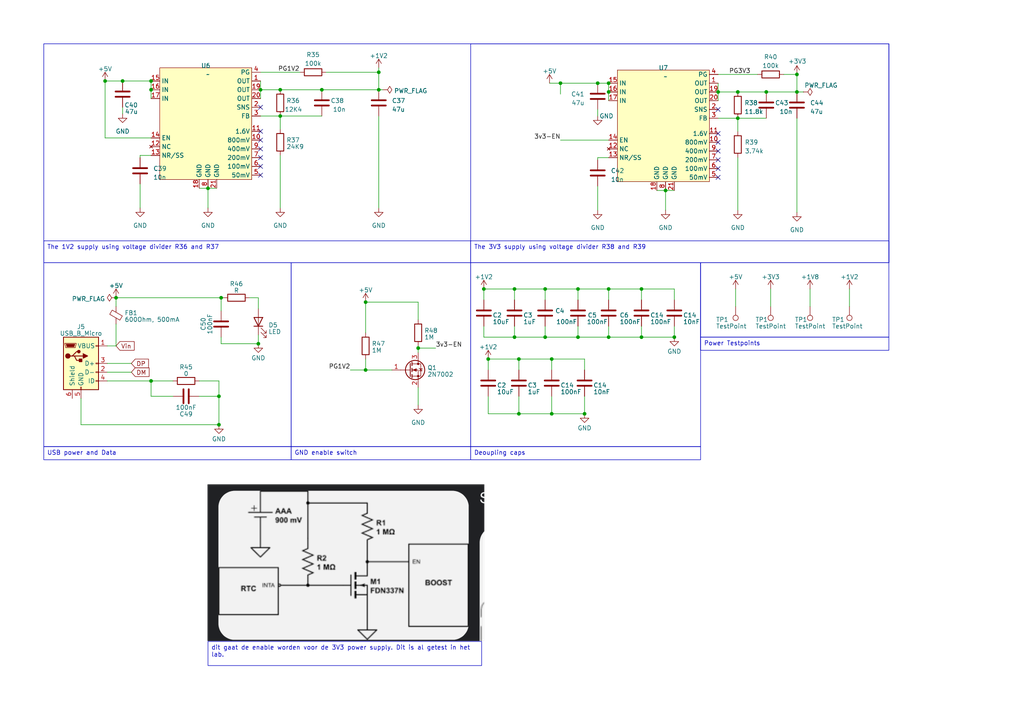
<source format=kicad_sch>
(kicad_sch (version 20230121) (generator eeschema)
  (paper "A4")
  (title_block (title "UFO FPGA") (date "2023-04-22") (rev "V0.1"))
  (lib_symbols
    (symbol "Connector:TestPoint" (pin_numbers hide) (pin_names (offset 0.762) hide)
      (property "Reference" "TP" (at 0 6.858 0))
      (property "Value" "TestPoint" (at 0 5.08 0))
      (symbol "TestPoint_0_1"
        (circle (center 0 3.302) (radius 0.762))
      )
      (symbol "TestPoint_1_1"
        (pin passive line (at 0 0 90) (length 2.54) (name "1") (number "1"))
      )
    )
    (symbol "Connector:USB_B_Micro" (pin_names (offset 1.016))
      (property "Reference" "J" (at -5.08 11.43 0))
      (property "Value" "USB_B_Micro" (at -5.08 8.89 0))
      (symbol "USB_B_Micro_0_1"
        (rectangle (start -5.08 -7.62) (end 5.08 7.62) (stroke (width 0.254)) (fill (type background)))
        (circle (center -3.81 2.159) (radius 0.635) (stroke (width 0.254)) (fill (type outline)))
        (circle (center -0.635 3.429) (radius 0.381) (stroke (width 0.254)) (fill (type outline)))
        (rectangle (start -0.127 -7.62) (end 0.127 -6.858))
        (polyline (pts (xy -1.905 2.159) (xy 0.635 2.159)) (stroke (width 0.254)))
        (polyline (pts (xy -3.175 2.159) (xy -2.54 2.159) (xy -1.27 3.429) (xy -0.635 3.429)) (stroke (width 0.254)))
        (polyline (pts (xy -2.54 2.159) (xy -1.905 2.159) (xy -1.27 0.889) (xy 0 0.889)) (stroke (width 0.254)))
        (polyline (pts (xy 0.635 2.794) (xy 0.635 1.524) (xy 1.905 2.159) (xy 0.635 2.794)) (stroke (width 0.254)) (fill (type outline)))
        (polyline (pts (xy -4.318 5.588) (xy -1.778 5.588) (xy -2.032 4.826) (xy -4.064 4.826) (xy -4.318 5.588)) (fill (type outline)))
        (polyline (pts (xy -4.699 5.842) (xy -4.699 5.588) (xy -4.445 4.826) (xy -4.445 4.572) (xy -1.651 4.572) (xy -1.651 4.826) (xy -1.397 5.588) (xy -1.397 5.842) (xy -4.699 5.842)))
        (rectangle (start 0.254 1.27) (end -0.508 0.508) (stroke (width 0.254)) (fill (type outline)))
        (rectangle (start 5.08 -5.207) (end 4.318 -4.953))
        (rectangle (start 5.08 -2.667) (end 4.318 -2.413))
        (rectangle (start 5.08 -0.127) (end 4.318 0.127))
        (rectangle (start 5.08 4.953) (end 4.318 5.207))
      )
      (symbol "USB_B_Micro_1_1"
        (pin power_out line (at 7.62 5.08 180) (length 2.54) (name "VBUS") (number "1"))
        (pin bidirectional line (at 7.62 -2.54 180) (length 2.54) (name "D-") (number "2"))
        (pin bidirectional line (at 7.62 0 180) (length 2.54) (name "D+") (number "3"))
        (pin passive line (at 7.62 -5.08 180) (length 2.54) (name "ID") (number "4"))
        (pin power_out line (at 0 -10.16 90) (length 2.54) (name "GND") (number "5"))
        (pin passive line (at -2.54 -10.16 90) (length 2.54) (name "Shield") (number "6"))
      )
    )
    (symbol "Device:C" (pin_numbers hide) (pin_names (offset 0.254))
      (property "Reference" "C" (at 0.635 2.54 0))
      (property "Value" "C" (at 0.635 -2.54 0))
      (symbol "C_0_1"
        (polyline (pts (xy -2.032 -0.762) (xy 2.032 -0.762)) (stroke (width 0.508)))
        (polyline (pts (xy -2.032 0.762) (xy 2.032 0.762)) (stroke (width 0.508)))
      )
      (symbol "C_1_1"
        (pin passive line (at 0 3.81 270) (length 2.794) (name "~") (number "1"))
        (pin passive line (at 0 -3.81 90) (length 2.794) (name "~") (number "2"))
      )
    )
    (symbol "Device:FerriteBead_Small" (pin_numbers hide) (pin_names (offset 0))
      (property "Reference" "FB" (at 1.905 1.27 0))
      (property "Value" "FerriteBead_Small" (at 1.905 -1.27 0))
      (symbol "FerriteBead_Small_0_1"
        (polyline (pts (xy 0 -1.27) (xy 0 -0.7874)))
        (polyline (pts (xy 0 0.889) (xy 0 1.2954)))
        (polyline (pts (xy -1.8288 0.2794) (xy -1.1176 1.4986) (xy 1.8288 -0.2032) (xy 1.1176 -1.4224) (xy -1.8288 0.2794)))
      )
      (symbol "FerriteBead_Small_1_1"
        (pin passive line (at 0 2.54 270) (length 1.27) (name "~") (number "1"))
        (pin passive line (at 0 -2.54 90) (length 1.27) (name "~") (number "2"))
      )
    )
    (symbol "Device:LED" (pin_numbers hide) (pin_names (offset 1.016) hide)
      (property "Reference" "D" (at 0 2.54 0))
      (property "Value" "LED" (at 0 -2.54 0))
      (symbol "LED_0_1"
        (polyline (pts (xy -1.27 -1.27) (xy -1.27 1.27)) (stroke (width 0.254)))
        (polyline (pts (xy -1.27 0) (xy 1.27 0)))
        (polyline (pts (xy 1.27 -1.27) (xy 1.27 1.27) (xy -1.27 0) (xy 1.27 -1.27)) (stroke (width 0.254)))
        (polyline (pts (xy -3.048 -0.762) (xy -4.572 -2.286) (xy -3.81 -2.286) (xy -4.572 -2.286) (xy -4.572 -1.524)))
        (polyline (pts (xy -1.778 -0.762) (xy -3.302 -2.286) (xy -2.54 -2.286) (xy -3.302 -2.286) (xy -3.302 -1.524)))
      )
      (symbol "LED_1_1"
        (pin passive line (at -3.81 0 0) (length 2.54) (name "K") (number "1"))
        (pin passive line (at 3.81 0 180) (length 2.54) (name "A") (number "2"))
      )
    )
    (symbol "Device:R" (pin_numbers hide) (pin_names (offset 0))
      (property "Reference" "R" (at 2.032 0 90))
      (property "Value" "R" (at 0 0 90))
      (symbol "R_0_1"
        (rectangle (start -1.016 -2.54) (end 1.016 2.54) (stroke (width 0.254)))
      )
      (symbol "R_1_1"
        (pin passive line (at 0 3.81 270) (length 1.27) (name "~") (number "1"))
        (pin passive line (at 0 -3.81 90) (length 1.27) (name "~") (number "2"))
      )
    )
    (symbol "Transistor_FET:2N7002" (pin_names hide)
      (property "Reference" "Q" (at 5.08 1.905 0))
      (property "Value" "2N7002" (at 5.08 0 0))
      (symbol "2N7002_0_1"
        (polyline (pts (xy 0.254 0) (xy -2.54 0)))
        (polyline (pts (xy 0.254 1.905) (xy 0.254 -1.905)) (stroke (width 0.254)))
        (polyline (pts (xy 0.762 -1.27) (xy 0.762 -2.286)) (stroke (width 0.254)))
        (polyline (pts (xy 0.762 0.508) (xy 0.762 -0.508)) (stroke (width 0.254)))
        (polyline (pts (xy 0.762 2.286) (xy 0.762 1.27)) (stroke (width 0.254)))
        (polyline (pts (xy 2.54 2.54) (xy 2.54 1.778)))
        (polyline (pts (xy 2.54 -2.54) (xy 2.54 0) (xy 0.762 0)))
        (polyline (pts (xy 0.762 -1.778) (xy 3.302 -1.778) (xy 3.302 1.778) (xy 0.762 1.778)))
        (polyline (pts (xy 1.016 0) (xy 2.032 0.381) (xy 2.032 -0.381) (xy 1.016 0)) (fill (type outline)))
        (polyline (pts (xy 2.794 0.508) (xy 2.921 0.381) (xy 3.683 0.381) (xy 3.81 0.254)))
        (polyline (pts (xy 3.302 0.381) (xy 2.921 -0.254) (xy 3.683 -0.254) (xy 3.302 0.381)))
        (circle (center 1.651 0) (radius 2.794) (stroke (width 0.254)))
        (circle (center 2.54 -1.778) (radius 0.254) (fill (type outline)))
        (circle (center 2.54 1.778) (radius 0.254) (fill (type outline)))
      )
      (symbol "2N7002_1_1"
        (pin input line (at -5.08 0 0) (length 2.54) (name "G") (number "1"))
        (pin passive line (at 2.54 -5.08 90) (length 2.54) (name "S") (number "2"))
        (pin passive line (at 2.54 5.08 270) (length 2.54) (name "D") (number "3"))
      )
    )
    (symbol "UFO_PARTS:AP7179D-13"
      (property "Reference" "U" (at 0 5.715 0))
      (symbol "AP7179D-13_0_0"
        (pin output line (at 15.24 -1.905 180) (length 2.54) (name "OUT") (number "1"))
        (pin input line (at 15.24 -19.05 180) (length 2.54) (name "800mV") (number "10"))
        (pin input line (at 15.24 -16.51 180) (length 2.54) (name "1.6V") (number "11"))
        (pin no_connect line (at -16.51 -20.955 0) (length 2.54) (name "NC") (number "12"))
        (pin output line (at -16.51 -23.495 0) (length 2.54) (name "NR/SS") (number "13"))
        (pin input line (at -16.51 -18.415 0) (length 2.54) (name "EN") (number "14"))
        (pin input line (at -16.51 -1.905 0) (length 2.54) (name "IN") (number "15"))
        (pin input line (at -16.51 -4.445 0) (length 2.54) (name "IN") (number "16"))
        (pin input line (at -16.51 -6.985 0) (length 2.54) (name "IN") (number "17"))
        (pin passive line (at -2.54 -33.02 90) (length 2.54) (name "GND") (number "18"))
        (pin output line (at 15.24 -4.445 180) (length 2.54) (name "OUT") (number "19"))
        (pin input line (at 15.24 -9.525 180) (length 2.54) (name "SNS") (number "2"))
        (pin output line (at 15.24 -6.985 180) (length 2.54) (name "OUT") (number "20"))
        (pin passive line (at 2.54 -33.02 90) (length 2.54) (name "GND") (number "21"))
        (pin input line (at 15.24 -12.065 180) (length 2.54) (name "FB") (number "3"))
        (pin output line (at 15.24 0.635 180) (length 2.54) (name "PG") (number "4"))
        (pin input line (at 15.24 -29.21 180) (length 2.54) (name "50mV") (number "5"))
        (pin input line (at 15.24 -26.67 180) (length 2.54) (name "100mV") (number "6"))
        (pin input line (at 15.24 -24.13 180) (length 2.54) (name "200mV") (number "7"))
        (pin passive line (at 0 -33.02 90) (length 2.54) (name "GND") (number "8"))
        (pin input line (at 15.24 -21.59 180) (length 2.54) (name "400mV") (number "9"))
      )
      (symbol "AP7179D-13_1_1"
        (rectangle (start -13.97 1.905) (end 12.7 -30.48) (fill (type background)))
      )
    )
    (symbol "power:+1V2" (power) (pin_names (offset 0))
      (property "Value" "+1V2" (at 0 3.556 0))
      (symbol "+1V2_0_1"
        (polyline (pts (xy -0.762 1.27) (xy 0 2.54)))
        (polyline (pts (xy 0 0) (xy 0 2.54)))
        (polyline (pts (xy 0 2.54) (xy 0.762 1.27)))
      )
      (symbol "+1V2_1_1"
        (pin power_in line (at 0 0 90) (length 0) hide (name "+1V2") (number "1"))
      )
    )
    (symbol "power:+1V8" (power) (pin_names (offset 0))
      (property "Value" "+1V8" (at 0 3.556 0))
      (symbol "+1V8_0_1"
        (polyline (pts (xy -0.762 1.27) (xy 0 2.54)))
        (polyline (pts (xy 0 0) (xy 0 2.54)))
        (polyline (pts (xy 0 2.54) (xy 0.762 1.27)))
      )
      (symbol "+1V8_1_1"
        (pin power_in line (at 0 0 90) (length 0) hide (name "+1V8") (number "1"))
      )
    )
    (symbol "power:+3V3" (power) (pin_names (offset 0))
      (property "Value" "+3V3" (at 0 3.556 0))
      (symbol "+3V3_0_1"
        (polyline (pts (xy -0.762 1.27) (xy 0 2.54)))
        (polyline (pts (xy 0 0) (xy 0 2.54)))
        (polyline (pts (xy 0 2.54) (xy 0.762 1.27)))
      )
      (symbol "+3V3_1_1"
        (pin power_in line (at 0 0 90) (length 0) hide (name "+3V3") (number "1"))
      )
    )
    (symbol "power:+5V" (power) (pin_names (offset 0))
      (property "Value" "+5V" (at 0 3.556 0))
      (symbol "+5V_0_1"
        (polyline (pts (xy -0.762 1.27) (xy 0 2.54)))
        (polyline (pts (xy 0 0) (xy 0 2.54)))
        (polyline (pts (xy 0 2.54) (xy 0.762 1.27)))
      )
      (symbol "+5V_1_1"
        (pin power_in line (at 0 0 90) (length 0) hide (name "+5V") (number "1"))
      )
    )
    (symbol "power:GND" (power) (pin_names (offset 0))
      (property "Value" "GND" (at 0 -3.81 0))
      (symbol "GND_0_1"
        (polyline (pts (xy 0 0) (xy 0 -1.27) (xy 1.27 -1.27) (xy 0 -2.54) (xy -1.27 -1.27) (xy 0 -1.27)))
      )
      (symbol "GND_1_1"
        (pin power_in line (at 0 0 270) (length 0) hide (name "GND") (number "1"))
      )
    )
    (symbol "power:PWR_FLAG" (power) (pin_numbers hide) (pin_names (offset 0) hide)
      (property "Value" "PWR_FLAG" (at 0 3.81 0))
      (symbol "PWR_FLAG_0_0"
        (pin power_out line (at 0 0 90) (length 0) (name "pwr") (number "1"))
      )
      (symbol "PWR_FLAG_0_1"
        (polyline (pts (xy 0 0) (xy 0 1.27) (xy -1.016 1.905) (xy 0 2.54) (xy 1.016 1.905) (xy 0 1.27)))
      )
    )
  )
  (junction (at 222.25 26.67))
  (junction (at 141.605 104.14))
  (junction (at 75.565 26.035))
  (junction (at 121.285 100.965))
  (junction (at 176.53 97.79))
  (junction (at 208.28 26.67))
  (junction (at 35.56 23.495))
  (junction (at 176.53 26.67))
  (junction (at 158.115 83.82))
  (junction (at 43.815 23.495))
  (junction (at 150.495 104.14))
  (junction (at 231.14 26.67))
  (junction (at 60.325 54.61))
  (junction (at 176.53 24.13))
  (junction (at 213.995 26.67))
  (junction (at 162.56 24.13))
  (junction (at 150.495 120.015))
  (junction (at 106.045 107.315))
  (junction (at 176.53 83.82))
  (junction (at 109.855 20.955))
  (junction (at 63.5 123.19))
  (junction (at 93.345 26.035))
  (junction (at 186.055 83.82))
  (junction (at 30.48 23.495))
  (junction (at 195.58 97.79))
  (junction (at 160.02 104.14))
  (junction (at 193.04 55.245))
  (junction (at 149.225 97.79))
  (junction (at 173.355 24.13))
  (junction (at 64.135 86.36))
  (junction (at 167.64 97.79))
  (junction (at 43.815 110.49))
  (junction (at 74.93 99.695))
  (junction (at 169.545 120.015))
  (junction (at 158.115 97.79))
  (junction (at 109.855 26.035))
  (junction (at 81.28 33.655))
  (junction (at 167.64 83.82))
  (junction (at 81.28 26.035))
  (junction (at 33.655 86.36))
  (junction (at 149.225 83.82))
  (junction (at 106.045 87.63))
  (junction (at 186.055 97.79))
  (junction (at 63.5 114.935))
  (junction (at 231.14 21.59))
  (junction (at 213.995 34.29))
  (junction (at 160.02 120.015))
  (junction (at 43.815 26.035))
  (junction (at 140.335 83.82))
  (no_connect (at 208.28 31.75))
  (no_connect (at 208.28 38.735))
  (no_connect (at 208.28 43.815))
  (no_connect (at 75.565 48.26))
  (no_connect (at 208.28 46.355))
  (no_connect (at 75.565 31.115))
  (no_connect (at 75.565 45.72))
  (no_connect (at 75.565 40.64))
  (no_connect (at 208.28 41.275))
  (no_connect (at 208.28 51.435))
  (no_connect (at 75.565 38.1))
  (no_connect (at 75.565 50.8))
  (no_connect (at 75.565 43.18))
  (no_connect (at 208.28 48.895))
  (wire (pts (xy 81.28 45.085) (xy 81.28 60.325)))
  (wire (pts (xy 74.93 86.36) (xy 74.93 89.535)))
  (wire (pts (xy 149.225 83.82) (xy 158.115 83.82)))
  (wire (pts (xy 40.64 45.085) (xy 43.815 45.085)))
  (wire (pts (xy 160.02 104.14) (xy 160.02 107.315)))
  (wire (pts (xy 31.115 107.95) (xy 38.1 107.95)))
  (wire (pts (xy 231.14 34.29) (xy 231.14 61.595)))
  (wire (pts (xy 64.135 86.36) (xy 64.77 86.36)))
  (wire (pts (xy 30.48 40.005) (xy 43.815 40.005)))
  (wire (pts (xy 162.56 24.13) (xy 162.56 27.305)))
  (wire (pts (xy 121.285 112.395) (xy 121.285 117.475)))
  (wire (pts (xy 186.055 83.82) (xy 195.58 83.82)))
  (wire (pts (xy 186.055 97.79) (xy 186.055 94.615)))
  (wire (pts (xy 150.495 104.14) (xy 160.02 104.14)))
  (wire (pts (xy 75.565 20.955) (xy 86.995 20.955)))
  (wire (pts (xy 149.225 97.79) (xy 158.115 97.79)))
  (wire (pts (xy 213.995 45.72) (xy 213.995 60.96)))
  (wire (pts (xy 160.02 114.935) (xy 160.02 120.015)))
  (wire (pts (xy 109.855 26.035) (xy 111.125 26.035)))
  (wire (pts (xy 167.64 94.615) (xy 167.64 97.79)))
  (wire (pts (xy 176.53 83.82) (xy 186.055 83.82)))
  (wire (pts (xy 167.64 83.82) (xy 176.53 83.82)))
  (wire (pts (xy 33.655 86.36) (xy 64.135 86.36)))
  (wire (pts (xy 43.815 110.49) (xy 50.165 110.49)))
  (wire (pts (xy 43.815 26.035) (xy 43.815 28.575)))
  (wire (pts (xy 208.28 34.29) (xy 213.995 34.29)))
  (wire (pts (xy 193.04 55.245) (xy 195.58 55.245)))
  (wire (pts (xy 223.52 83.82) (xy 223.52 88.9)))
  (wire (pts (xy 176.53 83.82) (xy 176.53 86.995)))
  (wire (pts (xy 160.02 104.14) (xy 169.545 104.14)))
  (wire (pts (xy 31.115 105.41) (xy 38.1 105.41)))
  (wire (pts (xy 208.28 26.67) (xy 213.995 26.67)))
  (wire (pts (xy 109.855 33.655) (xy 109.855 60.325)))
  (wire (pts (xy 64.135 97.79) (xy 64.135 99.695)))
  (wire (pts (xy 173.355 24.13) (xy 176.53 24.13)))
  (wire (pts (xy 106.045 96.52) (xy 106.045 87.63)))
  (wire (pts (xy 57.785 54.61) (xy 60.325 54.61)))
  (wire (pts (xy 109.855 19.685) (xy 109.855 20.955)))
  (wire (pts (xy 173.355 45.72) (xy 176.53 45.72)))
  (wire (pts (xy 106.045 107.315) (xy 106.045 104.14)))
  (wire (pts (xy 167.64 97.79) (xy 176.53 97.79)))
  (wire (pts (xy 60.325 54.61) (xy 62.865 54.61)))
  (wire (pts (xy 40.64 45.72) (xy 40.64 45.085)))
  (wire (pts (xy 33.655 93.98) (xy 33.655 100.33)))
  (wire (pts (xy 186.055 83.82) (xy 186.055 86.995)))
  (wire (pts (xy 140.335 97.79) (xy 149.225 97.79)))
  (wire (pts (xy 94.615 20.955) (xy 109.855 20.955)))
  (wire (pts (xy 121.285 100.965) (xy 126.365 100.965)))
  (wire (pts (xy 231.14 21.59) (xy 231.14 26.67)))
  (wire (pts (xy 208.28 21.59) (xy 219.71 21.59)))
  (wire (pts (xy 158.115 83.82) (xy 158.115 86.995)))
  (wire (pts (xy 63.5 114.935) (xy 63.5 123.19)))
  (wire (pts (xy 23.495 123.19) (xy 63.5 123.19)))
  (wire (pts (xy 140.335 83.82) (xy 149.225 83.82)))
  (wire (pts (xy 81.28 33.655) (xy 81.28 37.465)))
  (wire (pts (xy 140.335 94.615) (xy 140.335 97.79)))
  (wire (pts (xy 159.385 24.13) (xy 162.56 24.13)))
  (wire (pts (xy 176.53 97.79) (xy 186.055 97.79)))
  (wire (pts (xy 75.565 26.035) (xy 81.28 26.035)))
  (wire (pts (xy 190.5 55.245) (xy 193.04 55.245)))
  (wire (pts (xy 33.655 88.9) (xy 33.655 86.36)))
  (wire (pts (xy 141.605 120.015) (xy 150.495 120.015)))
  (wire (pts (xy 75.565 26.035) (xy 75.565 28.575)))
  (wire (pts (xy 93.345 26.035) (xy 109.855 26.035)))
  (wire (pts (xy 158.115 83.82) (xy 167.64 83.82)))
  (wire (pts (xy 208.28 26.67) (xy 208.28 29.21)))
  (wire (pts (xy 173.355 53.975) (xy 173.355 60.96)))
  (wire (pts (xy 75.565 23.495) (xy 75.565 26.035)))
  (wire (pts (xy 35.56 31.115) (xy 35.56 33.02)))
  (wire (pts (xy 81.28 26.035) (xy 93.345 26.035)))
  (wire (pts (xy 150.495 104.14) (xy 150.495 107.315)))
  (wire (pts (xy 63.5 110.49) (xy 63.5 114.935)))
  (wire (pts (xy 31.115 110.49) (xy 43.815 110.49)))
  (wire (pts (xy 149.225 83.82) (xy 149.225 86.995)))
  (wire (pts (xy 57.785 110.49) (xy 63.5 110.49)))
  (wire (pts (xy 121.285 100.965) (xy 121.285 102.235)))
  (wire (pts (xy 162.56 40.64) (xy 176.53 40.64)))
  (wire (pts (xy 113.665 107.315) (xy 106.045 107.315)))
  (wire (pts (xy 169.545 120.015) (xy 169.545 114.935)))
  (wire (pts (xy 167.64 83.82) (xy 167.64 86.995)))
  (wire (pts (xy 30.48 23.495) (xy 30.48 40.005)))
  (wire (pts (xy 74.93 97.155) (xy 74.93 99.695)))
  (wire (pts (xy 213.36 83.82) (xy 213.36 88.9)))
  (wire (pts (xy 222.25 26.67) (xy 231.14 26.67)))
  (wire (pts (xy 150.495 120.015) (xy 160.02 120.015)))
  (wire (pts (xy 173.355 46.355) (xy 173.355 45.72)))
  (wire (pts (xy 60.325 54.61) (xy 60.325 60.325)))
  (wire (pts (xy 121.285 87.63) (xy 121.285 92.71)))
  (wire (pts (xy 213.995 34.29) (xy 222.25 34.29)))
  (wire (pts (xy 31.115 100.33) (xy 33.655 100.33)))
  (wire (pts (xy 141.605 114.935) (xy 141.605 120.015)))
  (wire (pts (xy 50.165 114.935) (xy 43.815 114.935)))
  (wire (pts (xy 149.225 94.615) (xy 149.225 97.79)))
  (wire (pts (xy 176.53 24.13) (xy 176.53 26.67)))
  (wire (pts (xy 208.28 24.13) (xy 208.28 26.67)))
  (wire (pts (xy 57.785 114.935) (xy 63.5 114.935)))
  (wire (pts (xy 234.95 83.82) (xy 234.95 88.9)))
  (wire (pts (xy 213.995 34.29) (xy 213.995 38.1)))
  (wire (pts (xy 169.545 104.14) (xy 169.545 107.315)))
  (wire (pts (xy 231.14 26.67) (xy 233.045 26.67)))
  (wire (pts (xy 64.135 90.17) (xy 64.135 86.36)))
  (wire (pts (xy 176.53 26.67) (xy 176.53 29.21)))
  (wire (pts (xy 158.115 94.615) (xy 158.115 97.79)))
  (wire (pts (xy 193.04 55.245) (xy 193.04 60.96)))
  (wire (pts (xy 64.135 99.695) (xy 74.93 99.695)))
  (wire (pts (xy 35.56 23.495) (xy 43.815 23.495)))
  (wire (pts (xy 176.53 97.79) (xy 176.53 94.615)))
  (wire (pts (xy 141.605 107.315) (xy 141.605 104.14)))
  (wire (pts (xy 213.995 26.67) (xy 222.25 26.67)))
  (wire (pts (xy 106.045 87.63) (xy 121.285 87.63)))
  (wire (pts (xy 246.38 83.82) (xy 246.38 88.9)))
  (wire (pts (xy 43.815 114.935) (xy 43.815 110.49)))
  (wire (pts (xy 160.02 120.015) (xy 169.545 120.015)))
  (wire (pts (xy 162.56 24.13) (xy 173.355 24.13)))
  (wire (pts (xy 75.565 33.655) (xy 81.28 33.655)))
  (wire (pts (xy 40.64 53.34) (xy 40.64 60.325)))
  (wire (pts (xy 141.605 104.14) (xy 150.495 104.14)))
  (wire (pts (xy 43.815 23.495) (xy 43.815 26.035)))
  (wire (pts (xy 186.055 97.79) (xy 195.58 97.79)))
  (wire (pts (xy 173.355 31.75) (xy 173.355 33.655)))
  (wire (pts (xy 150.495 114.935) (xy 150.495 120.015)))
  (wire (pts (xy 140.335 83.82) (xy 140.335 86.995)))
  (wire (pts (xy 101.6 107.315) (xy 106.045 107.315)))
  (wire (pts (xy 227.33 21.59) (xy 231.14 21.59)))
  (wire (pts (xy 72.39 86.36) (xy 74.93 86.36)))
  (wire (pts (xy 81.28 33.655) (xy 93.345 33.655)))
  (wire (pts (xy 121.285 100.33) (xy 121.285 100.965)))
  (wire (pts (xy 109.855 20.955) (xy 109.855 26.035)))
  (wire (pts (xy 158.115 97.79) (xy 167.64 97.79)))
  (wire (pts (xy 23.495 115.57) (xy 23.495 123.19)))
  (wire (pts (xy 195.58 83.82) (xy 195.58 86.995)))
  (wire (pts (xy 30.48 23.495) (xy 35.56 23.495)))
  (wire (pts (xy 195.58 97.79) (xy 195.58 94.615)))
  (rectangle (start 12.7 12.7) (end 257.81 76.2))
  (rectangle (start 84.455 76.2) (end 136.525 129.54))
  (rectangle (start 203.2 76.2) (end 257.81 97.79))
  (rectangle (start 12.7 76.2) (end 84.455 129.54))
  (rectangle (start 136.525 12.7) (end 257.81 76.2))
  (rectangle (start 136.525 76.2) (end 203.2 129.54))
  (image (at 100.33 163.195) (scale 0.81043))
  (text_box "Power Testpoints" (at 203.2 97.79 0) (size 54.61 3.81) (effects (font (size 1.27 1.27)) (justify left top)))
  (text_box "USB power and Data" (at 12.7 129.54 0) (size 71.755 3.81) (effects (font (size 1.27 1.27)) (justify left top)))
  (text_box "The 1V2 supply using voltage divider R36 and R37\n" (at 12.7 69.85 0) (size 123.825 6.35) (effects (font (size 1.27 1.27)) (justify left top)))
  (text_box "GND enable switch" (at 84.455 129.54 0) (size 52.07 3.81) (effects (font (size 1.27 1.27)) (justify left top)))
  (text_box "Powergood goes to ground when the voltage is reached, this means that it will not enable the enable pin" (at 345.44 90.17 0) (size 62.865 6.985) (effects (font (size 1.27 1.27)) (justify left top)))
  (text_box "Deoupling caps" (at 136.525 129.54 0) (size 66.675 3.81) (effects (font (size 1.27 1.27)) (justify left top)))
  (text_box "dit gaat de enable worden voor de 3V3 power supply. Dit is al getest in het lab." (at 60.325 186.055 0) (size 79.375 6.985) (effects (font (size 1.27 1.27)) (justify left top)))
  (text_box "The 3V3 supply using voltage divider R38 and R39\n" (at 136.525 69.85 0) (size 121.285 6.35) (effects (font (size 1.27 1.27)) (justify left top)))
  (label "3v3-EN" (at 126.365 100.965 0))
  (label "3v3-EN" (at 162.56 40.64 180))
  (label "PG1V2" (at 101.6 107.315 180))
  (label "PG3V3" (at 211.455 21.59 0))
  (label "PG1V2" (at 80.645 20.955 0))
  (global_label "DP" (shape input) (at 38.1 105.41 0) (property "Intersheetrefs" "${INTERSHEET_REFS}" (effects hide)))
  (global_label "DM" (shape input) (at 38.1 107.95 0) (property "Intersheetrefs" "${INTERSHEET_REFS}" (effects hide)))
  (global_label "Vin" (shape input) (at 33.655 100.33 0) (property "Intersheetrefs" "${INTERSHEET_REFS}" (effects hide)))
  (symbol (lib_id "Device:R") (at 53.975 110.49 90) (unit 1)
    (property "Reference" "R45" (at 53.975 106.4641 90))
    (property "Value" "0" (at 53.975 108.3851 90))
  )
  (symbol (lib_id "Device:C") (at 109.855 29.845 0) (unit 1)
    (property "Reference" "C37" (at 113.665 29.21 0) (effects (justify left)))
    (property "Value" "47u" (at 113.665 31.75 0) (effects (justify left)))
  )
  (symbol (lib_id "Connector:TestPoint") (at 213.36 88.9 180) (unit 1)
    (property "Reference" "TP1" (at 207.645 92.694 0) (effects (justify right)))
    (property "Value" "TestPoint" (at 207.645 94.615 0) (effects (justify right)))
    (instances (project "UFO-FPGA" (path "" (reference "TP1") (unit 1)) (path "" (reference "TP12") (unit 1))))
  )
  (symbol (lib_id "Device:C") (at 231.14 30.48 0) (unit 1)
    (property "Reference" "C44" (at 234.95 29.845 0) (effects (justify left)))
    (property "Value" "47u" (at 234.95 32.385 0) (effects (justify left)))
  )
  (symbol (lib_id "Device:C") (at 150.495 111.125 0) (unit 1)
    (property "Reference" "C3" (at 153.035 111.744 0) (effects (justify left)))
    (property "Value" "1uF" (at 153.035 113.665 0) (effects (justify left)))
    (instances (project "UFO-FPGA" (path "" (reference "C3") (unit 1)) (path "" (reference "C60") (unit 1))))
  )
  (symbol (lib_id "Device:C") (at 186.055 90.805 0) (unit 1)
    (property "Reference" "C14" (at 188.595 91.424 0) (effects (justify left)))
    (property "Value" "100nF" (at 188.595 93.345 0) (effects (justify left)))
    (instances (project "UFO-FPGA" (path "" (reference "C14") (unit 1)) (path "" (reference "C56") (unit 1))))
  )
  (symbol (lib_id "Device:C") (at 40.64 49.53 0) (unit 1)
    (property "Reference" "C39" (at 44.45 48.895 0) (effects (justify left)))
    (property "Value" "10n" (at 44.45 51.435 0) (effects (justify left)))
  )
  (symbol (lib_id "Device:R") (at 81.28 41.275 180) (unit 1)
    (property "Reference" "R37" (at 83.058 40.6313 0) (effects (justify right)))
    (property "Value" "24K9" (at 83.058 42.5523 0) (effects (justify right)))
  )
  (symbol (lib_id "power:+1V8") (at 234.95 83.82 0) (unit 1)
    (property "Reference" "#PWR034" (effects hide))
    (property "Value" "+1V8" (at 234.95 80.3181 0))
  )
  (symbol (lib_id "Device:LED") (at 74.93 93.345 90) (unit 1)
    (property "Reference" "D5" (at 77.851 94.2888 90) (effects (justify right)))
    (property "Value" "LED" (at 77.851 96.2098 90) (effects (justify right)))
  )
  (symbol (lib_id "Device:C") (at 169.545 111.125 0) (unit 1)
    (property "Reference" "C14" (at 172.085 111.744 0) (effects (justify left)))
    (property "Value" "10nF" (at 172.085 113.665 0) (effects (justify left)))
    (instances (project "UFO-FPGA" (path "" (reference "C14") (unit 1)) (path "" (reference "C58") (unit 1))))
  )
  (symbol (lib_id "Device:C") (at 53.975 114.935 90) (mirror x) (unit 1)
    (property "Reference" "C49" (at 53.975 120.1039 90))
    (property "Value" "100nF" (at 53.975 118.1829 90))
  )
  (symbol (lib_id "Device:C") (at 93.345 29.845 0) (unit 1)
    (property "Reference" "C38" (at 95.885 29.21 0) (effects (justify left)))
    (property "Value" "10n" (at 96.52 31.75 0) (effects (justify left)))
  )
  (symbol (lib_id "power:GND") (at 231.14 61.595 0) (mirror y) (unit 1)
    (property "Reference" "#PWR046" (effects hide))
    (property "Value" "GND" (at 231.14 66.675 0))
  )
  (symbol (lib_id "Device:C") (at 222.25 30.48 0) (unit 1)
    (property "Reference" "C43" (at 224.79 29.845 0) (effects (justify left)))
    (property "Value" "10n" (at 226.06 32.385 0) (effects (justify left)))
  )
  (symbol (lib_id "power:+5V") (at 33.655 86.36 0) (unit 1)
    (property "Reference" "#PWR064" (effects hide))
    (property "Value" "+5V" (at 33.655 82.8581 0))
  )
  (symbol (lib_id "power:GND") (at 63.5 123.19 0) (unit 1)
    (property "Reference" "#PWR063" (effects hide))
    (property "Value" "GND" (at 63.5 127.3255 0))
  )
  (symbol (lib_id "UFO_PARTS:AP7179D-13") (at 60.325 21.59 0) (unit 1)
    (property "Reference" "U6" (at 59.69 19.05 0))
    (property "Value" "~" (at 60.325 21.59 0))
  )
  (symbol (lib_id "Connector:TestPoint") (at 223.52 88.9 180) (unit 1)
    (property "Reference" "TP1" (at 219.075 92.694 0) (effects (justify right)))
    (property "Value" "TestPoint" (at 219.075 94.615 0) (effects (justify right)))
  )
  (symbol (lib_id "power:+1V2") (at 141.605 104.14 0) (unit 1)
    (property "Reference" "#PWR067" (effects hide))
    (property "Value" "+1V2" (at 141.605 100.6381 0))
  )
  (symbol (lib_id "Device:R") (at 90.805 20.955 90) (unit 1)
    (property "Reference" "R35" (at 90.805 15.875 90))
    (property "Value" "100k" (at 90.805 18.415 90))
  )
  (symbol (lib_id "Device:R") (at 213.995 41.91 180) (unit 1)
    (property "Reference" "R39" (at 216.0068 41.275 0) (effects (justify right)))
    (property "Value" "3.74k" (at 216.0068 43.815 0) (effects (justify right)))
  )
  (symbol (lib_id "Connector:TestPoint") (at 234.95 88.9 180) (unit 1)
    (property "Reference" "TP1" (at 230.505 92.694 0) (effects (justify right)))
    (property "Value" "TestPoint" (at 230.505 94.615 0) (effects (justify right)))
    (instances (project "UFO-FPGA" (path "" (reference "TP1") (unit 1)) (path "" (reference "TP2") (unit 1))))
  )
  (symbol (lib_id "power:GND") (at 121.285 117.475 0) (mirror y) (unit 1)
    (property "Reference" "#PWR069" (effects hide))
    (property "Value" "GND" (at 121.285 122.555 0))
  )
  (symbol (lib_id "power:GND") (at 169.545 120.015 0) (unit 1)
    (property "Reference" "#PWR05" (effects hide))
    (property "Value" "GND" (at 169.545 124.1505 0))
    (instances (project "UFO-FPGA" (path "" (reference "#PWR05") (unit 1)) (path "" (reference "#PWR068") (unit 1))))
  )
  (symbol (lib_id "Transistor_FET:2N7002") (at 118.745 107.315 0) (unit 1)
    (property "Reference" "Q1" (at 123.952 106.6713 0) (effects (justify left)))
    (property "Value" "2N7002" (at 123.952 108.5923 0) (effects (justify left)))
    (property "Footprint" "Package_TO_SOT_SMD:SOT-23" (effects hide))
    (property "Datasheet" "https://www.onsemi.com/pub/Collateral/NDS7002A-D.PDF" (effects hide))
  )
  (symbol (lib_id "Device:C") (at 173.355 50.165 0) (unit 1)
    (property "Reference" "C42" (at 177.165 49.53 0) (effects (justify left)))
    (property "Value" "10n" (at 177.165 52.07 0) (effects (justify left)))
  )
  (symbol (lib_id "Device:C") (at 64.135 93.98 0) (mirror y) (unit 1)
    (property "Reference" "C50" (at 58.9661 93.98 90))
    (property "Value" "100nF" (at 60.8871 93.98 90))
  )
  (symbol (lib_id "power:+3V3") (at 223.52 83.82 0) (unit 1)
    (property "Reference" "#PWR033" (effects hide))
    (property "Value" "+3V3" (at 223.52 80.3181 0))
  )
  (symbol (lib_id "power:GND") (at 173.355 60.96 0) (unit 1)
    (property "Reference" "#PWR043" (effects hide))
    (property "Value" "GND" (at 173.355 66.04 0))
  )
  (symbol (lib_id "UFO_PARTS:AP7179D-13") (at 193.04 22.225 0) (unit 1)
    (property "Reference" "U7" (at 192.405 19.685 0))
    (property "Value" "~" (at 193.04 22.225 0))
  )
  (symbol (lib_id "Connector:TestPoint") (at 246.38 88.9 180) (unit 1)
    (property "Reference" "TP1" (at 241.3 92.694 0) (effects (justify right)))
    (property "Value" "TestPoint" (at 241.3 94.615 0) (effects (justify right)))
    (instances (project "UFO-FPGA" (path "" (reference "TP1") (unit 1)) (path "" (reference "TP3") (unit 1))))
  )
  (symbol (lib_id "power:GND") (at 173.355 33.655 0) (unit 1)
    (property "Reference" "#PWR042" (effects hide))
    (property "Value" "GND" (at 175.895 33.655 0))
  )
  (symbol (lib_id "power:+5V") (at 106.045 87.63 0) (unit 1)
    (property "Reference" "#PWR070" (effects hide))
    (property "Value" "+5V" (at 106.045 84.1281 0))
  )
  (symbol (lib_id "Device:C") (at 195.58 90.805 0) (unit 1)
    (property "Reference" "C14" (at 198.12 91.424 0) (effects (justify left)))
    (property "Value" "10nF" (at 198.12 93.345 0) (effects (justify left)))
    (instances (project "UFO-FPGA" (path "" (reference "C14") (unit 1)) (path "" (reference "C57") (unit 1))))
  )
  (symbol (lib_id "Device:C") (at 173.355 27.94 0) (mirror y) (unit 1)
    (property "Reference" "C41" (at 169.545 27.305 0) (effects (justify left)))
    (property "Value" "47u" (at 169.545 29.845 0) (effects (justify left)))
  )
  (symbol (lib_id "power:PWR_FLAG") (at 33.655 86.36 90) (unit 1)
    (property "Reference" "#FLG04" (effects hide))
    (property "Value" "PWR_FLAG" (at 30.4801 86.6768 90) (effects (justify left)))
  )
  (symbol (lib_id "Device:FerriteBead_Small") (at 33.655 91.44 0) (unit 1)
    (property "Reference" "FB1" (at 36.1188 90.7582 0) (effects (justify left)))
    (property "Value" "600Ohm, 500mA" (at 36.1188 92.6792 0) (effects (justify left)))
  )
  (symbol (lib_id "Device:C") (at 141.605 111.125 0) (unit 1)
    (property "Reference" "C2" (at 144.145 111.744 0) (effects (justify left)))
    (property "Value" "10uF" (at 144.145 113.665 0) (effects (justify left)))
    (instances (project "UFO-FPGA" (path "" (reference "C2") (unit 1)) (path "" (reference "C61") (unit 1))))
  )
  (symbol (lib_id "power:PWR_FLAG") (at 233.045 26.67 270) (unit 1)
    (property "Reference" "#FLG03" (effects hide))
    (property "Value" "PWR_FLAG" (at 238.125 24.765 90))
  )
  (symbol (lib_id "Device:C") (at 149.225 90.805 0) (unit 1)
    (property "Reference" "C3" (at 151.765 91.424 0) (effects (justify left)))
    (property "Value" "1uF" (at 151.765 93.345 0) (effects (justify left)))
    (instances (project "UFO-FPGA" (path "" (reference "C3") (unit 1)) (path "" (reference "C52") (unit 1))))
  )
  (symbol (lib_id "Device:C") (at 167.64 90.805 0) (unit 1)
    (property "Reference" "C5" (at 170.434 91.4327 0) (effects (justify left)))
    (property "Value" "100nF" (at 170.18 93.345 0) (effects (justify left)))
    (instances (project "UFO-FPGA" (path "" (reference "C5") (unit 1)) (path "" (reference "C54") (unit 1))))
  )
  (symbol (lib_id "Device:C") (at 176.53 90.805 0) (unit 1)
    (property "Reference" "C6" (at 179.705 91.424 0) (effects (justify left)))
    (property "Value" "100nF" (at 179.705 93.345 0) (effects (justify left)))
    (instances (project "UFO-FPGA" (path "" (reference "C6") (unit 1)) (path "" (reference "C55") (unit 1))))
  )
  (symbol (lib_id "Device:C") (at 158.115 90.805 0) (unit 1)
    (property "Reference" "C4" (at 161.036 90.1613 0) (effects (justify left)))
    (property "Value" "100nF" (at 161.29 93.345 0) (effects (justify left)))
    (instances (project "UFO-FPGA" (path "" (reference "C4") (unit 1)) (path "" (reference "C53") (unit 1))))
  )
  (symbol (lib_id "Device:R") (at 68.58 86.36 90) (unit 1)
    (property "Reference" "R46" (at 68.58 82.3341 90))
    (property "Value" "R" (at 68.58 84.2551 90))
  )
  (symbol (lib_id "power:GND") (at 60.325 60.325 0) (unit 1)
    (property "Reference" "#PWR037" (effects hide))
    (property "Value" "GND" (at 60.325 65.405 0))
  )
  (symbol (lib_id "power:GND") (at 40.64 60.325 0) (unit 1)
    (property "Reference" "#PWR040" (effects hide))
    (property "Value" "GND" (at 40.64 65.405 0))
  )
  (symbol (lib_id "power:+1V2") (at 109.855 19.685 0) (unit 1)
    (property "Reference" "#PWR047" (effects hide))
    (property "Value" "+1V2" (at 109.855 16.1831 0))
  )
  (symbol (lib_id "power:PWR_FLAG") (at 111.125 26.035 270) (unit 1)
    (property "Reference" "#FLG02" (effects hide))
    (property "Value" "PWR_FLAG" (at 114.3 26.3518 90) (effects (justify left)))
  )
  (symbol (lib_id "Device:C") (at 140.335 90.805 0) (unit 1)
    (property "Reference" "C2" (at 142.875 91.424 0) (effects (justify left)))
    (property "Value" "10uF" (at 142.875 93.345 0) (effects (justify left)))
    (instances (project "UFO-FPGA" (path "" (reference "C2") (unit 1)) (path "" (reference "C51") (unit 1))))
  )
  (symbol (lib_id "power:+5V") (at 213.36 83.82 0) (unit 1)
    (property "Reference" "#PWR055" (effects hide))
    (property "Value" "+5V" (at 213.36 80.3181 0))
  )
  (symbol (lib_id "Device:R") (at 106.045 100.33 180) (unit 1)
    (property "Reference" "R47" (at 107.823 99.6863 0) (effects (justify right)))
    (property "Value" "1M" (at 107.823 101.6073 0) (effects (justify right)))
  )
  (symbol (lib_id "power:GND") (at 35.56 33.02 0) (unit 1)
    (property "Reference" "#PWR041" (effects hide))
    (property "Value" "GND" (at 35.56 38.1 0))
  )
  (symbol (lib_id "Device:R") (at 121.285 96.52 180) (unit 1)
    (property "Reference" "R48" (at 123.063 95.8763 0) (effects (justify right)))
    (property "Value" "1M" (at 123.063 97.7973 0) (effects (justify right)))
  )
  (symbol (lib_id "Connector:USB_B_Micro") (at 23.495 105.41 0) (unit 1)
    (property "Reference" "J5" (at 23.495 94.7801 0))
    (property "Value" "USB_B_Micro" (at 23.495 96.7011 0))
  )
  (symbol (lib_id "power:+5V") (at 159.385 24.13 0) (unit 1)
    (property "Reference" "#PWR056" (effects hide))
    (property "Value" "+5V" (at 159.385 20.6281 0))
  )
  (symbol (lib_id "power:+1V2") (at 140.335 83.82 0) (unit 1)
    (property "Reference" "#PWR058" (effects hide))
    (property "Value" "+1V2" (at 140.335 80.3181 0))
  )
  (symbol (lib_id "Device:C") (at 160.02 111.125 0) (unit 1)
    (property "Reference" "C14" (at 162.56 111.744 0) (effects (justify left)))
    (property "Value" "100nF" (at 162.56 113.665 0) (effects (justify left)))
    (instances (project "UFO-FPGA" (path "" (reference "C14") (unit 1)) (path "" (reference "C59") (unit 1))))
  )
  (symbol (lib_id "Device:R") (at 223.52 21.59 90) (unit 1)
    (property "Reference" "R40" (at 223.52 16.51 90))
    (property "Value" "100k" (at 223.52 19.05 90))
  )
  (symbol (lib_id "power:GND") (at 74.93 99.695 0) (unit 1)
    (property "Reference" "#PWR065" (effects hide))
    (property "Value" "GND" (at 74.93 103.8305 0))
  )
  (symbol (lib_id "Device:R") (at 213.995 30.48 180) (unit 1)
    (property "Reference" "R38" (at 215.9 29.845 0) (effects (justify right)))
    (property "Value" "11.8k" (at 215.9 32.385 0) (effects (justify right)))
  )
  (symbol (lib_id "Device:C") (at 35.56 27.305 0) (mirror y) (unit 1)
    (property "Reference" "C40" (at 40.005 30.48 0) (effects (justify left)))
    (property "Value" "47u" (at 40.005 32.385 0) (effects (justify left)))
  )
  (symbol (lib_id "power:GND") (at 213.995 60.96 0) (mirror y) (unit 1)
    (property "Reference" "#PWR045" (effects hide))
    (property "Value" "GND" (at 213.995 66.04 0))
  )
  (symbol (lib_id "power:GND") (at 195.58 97.79 0) (unit 1)
    (property "Reference" "#PWR05" (effects hide))
    (property "Value" "GND" (at 195.58 101.9255 0))
    (instances (project "UFO-FPGA" (path "" (reference "#PWR05") (unit 1)) (path "" (reference "#PWR066") (unit 1))))
  )
  (symbol (lib_id "power:+5V") (at 30.48 23.495 0) (unit 1)
    (property "Reference" "#PWR057" (effects hide))
    (property "Value" "+5V" (at 30.48 19.9931 0))
  )
  (symbol (lib_id "power:+3V3") (at 231.14 21.59 0) (unit 1)
    (property "Reference" "#PWR048" (effects hide))
    (property "Value" "+3V3" (at 228.6 17.78 0) (effects (justify left)))
  )
  (symbol (lib_id "power:GND") (at 81.28 60.325 0) (mirror y) (unit 1)
    (property "Reference" "#PWR039" (effects hide))
    (property "Value" "GND" (at 81.28 65.405 0))
  )
  (symbol (lib_id "Device:R") (at 81.28 29.845 180) (unit 1)
    (property "Reference" "R36" (at 83.058 29.2013 0) (effects (justify right)))
    (property "Value" "12K4" (at 82.55 31.75 0) (effects (justify right)))
  )
  (symbol (lib_id "power:+1V2") (at 246.38 83.82 0) (unit 1)
    (property "Reference" "#PWR032" (effects hide))
    (property "Value" "+1V2" (at 246.38 80.3181 0))
  )
  (symbol (lib_id "power:GND") (at 193.04 60.96 0) (unit 1)
    (property "Reference" "#PWR044" (effects hide))
    (property "Value" "GND" (at 193.04 66.04 0))
  )
  (symbol (lib_id "power:GND") (at 109.855 60.325 0) (mirror y) (unit 1)
    (property "Reference" "#PWR038" (effects hide))
    (property "Value" "GND" (at 109.855 65.405 0))
  )
)
</source>
